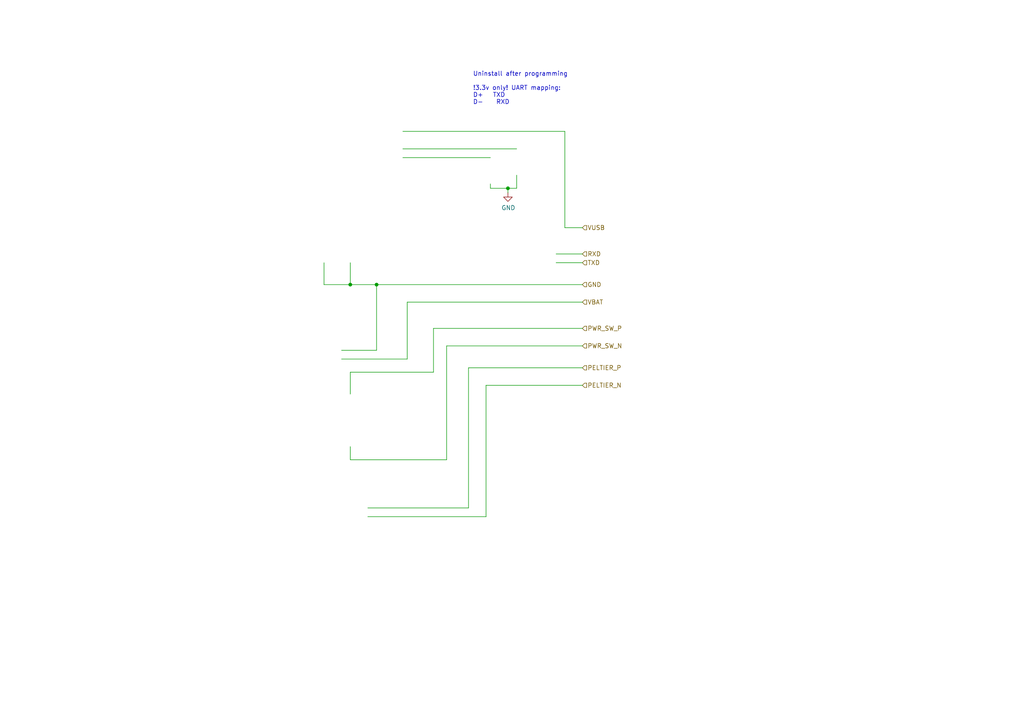
<source format=kicad_sch>
(kicad_sch (version 20211123) (generator eeschema)
  (paper "A4")
  (lib_symbols
    (symbol "power:GND" (power) (pin_names (offset 0))
      (property "Value" "GND" (at 0 -3.81 0))
      (symbol "GND_0_1"
        (polyline (pts (xy 0 0) (xy 0 -1.27) (xy 1.27 -1.27) (xy 0 -2.54) (xy -1.27 -1.27) (xy 0 -1.27)))
      )
      (symbol "GND_1_1"
        (pin power_in line (at 0 0 270) (length 0) hide (name "GND") (number "1"))
      )
    )
  )
  (junction (at 101.6 82.55))
  (junction (at 109.22 82.55))
  (junction (at 147.32 54.61))
  (wire (pts (xy 101.6 114.3) (xy 101.6 107.95)))
  (wire (pts (xy 168.91 111.76) (xy 140.97 111.76)))
  (wire (pts (xy 116.84 43.18) (xy 149.86 43.18)))
  (wire (pts (xy 163.83 38.1) (xy 116.84 38.1)))
  (wire (pts (xy 142.24 54.61) (xy 147.32 54.61)))
  (wire (pts (xy 161.29 73.66) (xy 168.91 73.66)))
  (wire (pts (xy 168.91 66.04) (xy 163.83 66.04)))
  (wire (pts (xy 101.6 82.55) (xy 109.22 82.55)))
  (wire (pts (xy 101.6 107.95) (xy 125.73 107.95)))
  (wire (pts (xy 106.68 147.32) (xy 135.89 147.32)))
  (wire (pts (xy 168.91 100.33) (xy 129.54 100.33)))
  (wire (pts (xy 135.89 106.68) (xy 168.91 106.68)))
  (wire (pts (xy 168.91 76.2) (xy 161.29 76.2)))
  (wire (pts (xy 99.06 104.14) (xy 118.11 104.14)))
  (wire (pts (xy 118.11 104.14) (xy 118.11 87.63)))
  (wire (pts (xy 129.54 100.33) (xy 129.54 133.35)))
  (wire (pts (xy 140.97 149.86) (xy 106.68 149.86)))
  (wire (pts (xy 93.98 82.55) (xy 93.98 76.2)))
  (wire (pts (xy 118.11 87.63) (xy 168.91 87.63)))
  (wire (pts (xy 142.24 53.34) (xy 142.24 54.61)))
  (wire (pts (xy 149.86 54.61) (xy 149.86 50.8)))
  (wire (pts (xy 135.89 147.32) (xy 135.89 106.68)))
  (wire (pts (xy 109.22 82.55) (xy 168.91 82.55)))
  (wire (pts (xy 129.54 133.35) (xy 101.6 133.35)))
  (wire (pts (xy 140.97 111.76) (xy 140.97 149.86)))
  (wire (pts (xy 109.22 101.6) (xy 109.22 82.55)))
  (wire (pts (xy 125.73 107.95) (xy 125.73 95.25)))
  (wire (pts (xy 142.24 45.72) (xy 116.84 45.72)))
  (wire (pts (xy 101.6 82.55) (xy 93.98 82.55)))
  (wire (pts (xy 99.06 101.6) (xy 109.22 101.6)))
  (wire (pts (xy 101.6 76.2) (xy 101.6 82.55)))
  (wire (pts (xy 147.32 54.61) (xy 147.32 55.88)))
  (wire (pts (xy 163.83 66.04) (xy 163.83 38.1)))
  (wire (pts (xy 101.6 133.35) (xy 101.6 129.54)))
  (wire (pts (xy 147.32 54.61) (xy 149.86 54.61)))
  (wire (pts (xy 125.73 95.25) (xy 168.91 95.25)))
  (text "Uninstall after programming\n\n!3.3v only! UART mapping:\nD+   TXD\nD-    RXD" (at 137.16 30.48 0) (effects (font (size 1.27 1.27)) (justify left bottom)))
  (hierarchical_label "PELTIER_P" (shape input) (at 168.91 106.68 0))
  (hierarchical_label "PELTIER_N" (shape input) (at 168.91 111.76 0))
  (hierarchical_label "VBAT" (shape input) (at 168.91 87.63 0))
  (hierarchical_label "GND" (shape input) (at 168.91 82.55 0))
  (hierarchical_label "VUSB" (shape input) (at 168.91 66.04 0))
  (hierarchical_label "TXD" (shape input) (at 168.91 76.2 0))
  (hierarchical_label "PWR_SW_P" (shape input) (at 168.91 95.25 0))
  (hierarchical_label "PWR_SW_N" (shape input) (at 168.91 100.33 0))
  (hierarchical_label "RXD" (shape input) (at 168.91 73.66 0))
  (symbol (lib_id "power:GND") (at 147.32 55.88 0)
    (property "Reference" "#PWR0125" (effects hide))
    (property "Value" "GND" (at 147.447 60.2742 0))
  )
)
</source>
